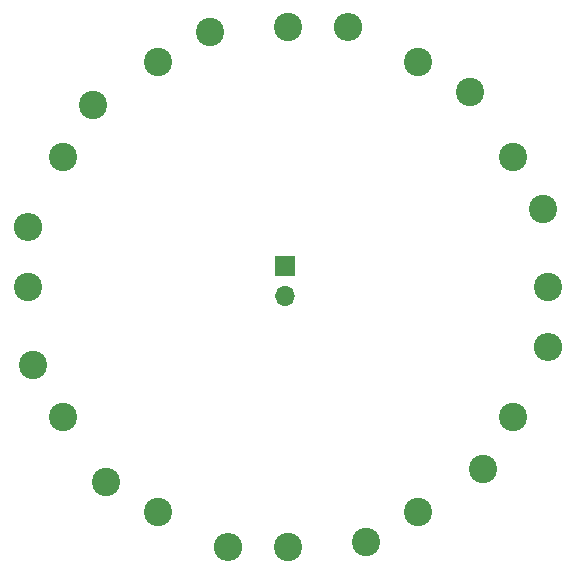
<source format=gbr>
%TF.GenerationSoftware,KiCad,Pcbnew,7.0.6*%
%TF.CreationDate,2023-07-29T18:39:12+05:30*%
%TF.ProjectId,circular_pcb_lastassignment,63697263-756c-4617-925f-7063625f6c61,rev?*%
%TF.SameCoordinates,Original*%
%TF.FileFunction,Soldermask,Top*%
%TF.FilePolarity,Negative*%
%FSLAX46Y46*%
G04 Gerber Fmt 4.6, Leading zero omitted, Abs format (unit mm)*
G04 Created by KiCad (PCBNEW 7.0.6) date 2023-07-29 18:39:12*
%MOMM*%
%LPD*%
G01*
G04 APERTURE LIST*
G04 Aperture macros list*
%AMHorizOval*
0 Thick line with rounded ends*
0 $1 width*
0 $2 $3 position (X,Y) of the first rounded end (center of the circle)*
0 $4 $5 position (X,Y) of the second rounded end (center of the circle)*
0 Add line between two ends*
20,1,$1,$2,$3,$4,$5,0*
0 Add two circle primitives to create the rounded ends*
1,1,$1,$2,$3*
1,1,$1,$4,$5*%
G04 Aperture macros list end*
%ADD10C,2.400000*%
%ADD11HorizOval,2.400000X0.000000X0.000000X0.000000X0.000000X0*%
%ADD12HorizOval,2.400000X0.000000X0.000000X0.000000X0.000000X0*%
%ADD13O,2.400000X2.400000*%
%ADD14HorizOval,2.400000X0.000000X0.000000X0.000000X0.000000X0*%
%ADD15HorizOval,2.400000X0.000000X0.000000X0.000000X0.000000X0*%
%ADD16HorizOval,2.400000X0.000000X0.000000X0.000000X0.000000X0*%
%ADD17HorizOval,2.400000X0.000000X0.000000X0.000000X0.000000X0*%
%ADD18HorizOval,2.400000X0.000000X0.000000X0.000000X0.000000X0*%
%ADD19HorizOval,2.400000X0.000000X0.000000X0.000000X0.000000X0*%
%ADD20R,1.700000X1.700000*%
%ADD21O,1.700000X1.700000*%
G04 APERTURE END LIST*
D10*
%TO.C,R12*%
X169897000Y-103759000D03*
D11*
X174296409Y-101219000D03*
%TD*%
D10*
%TO.C,R11*%
X161844400Y-111811600D03*
D12*
X164384400Y-107412191D03*
%TD*%
D10*
%TO.C,R10*%
X158897000Y-122811600D03*
D13*
X158897000Y-117731600D03*
%TD*%
D10*
%TO.C,R9*%
X161844400Y-133811600D03*
D14*
X159304400Y-129412191D03*
%TD*%
D10*
%TO.C,R8*%
X169897000Y-141864100D03*
D15*
X165497591Y-139324100D03*
%TD*%
D10*
%TO.C,R7*%
X180897000Y-144811600D03*
D13*
X175817000Y-144811600D03*
%TD*%
D10*
%TO.C,R6*%
X191897000Y-141864100D03*
D16*
X187497591Y-144404100D03*
%TD*%
D10*
%TO.C,R5*%
X199949600Y-133811600D03*
D17*
X197409600Y-138211009D03*
%TD*%
D10*
%TO.C,R4*%
X202897000Y-122811600D03*
D13*
X202897000Y-127891600D03*
%TD*%
D10*
%TO.C,R3*%
X199949600Y-111811600D03*
D18*
X202489600Y-116211009D03*
%TD*%
D10*
%TO.C,R2*%
X191897000Y-103759000D03*
D19*
X196296409Y-106299000D03*
%TD*%
D10*
%TO.C,R1*%
X180897000Y-100811600D03*
D13*
X185977000Y-100811600D03*
%TD*%
D20*
%TO.C,BT1*%
X180691500Y-121007400D03*
D21*
X180691500Y-123547400D03*
%TD*%
M02*

</source>
